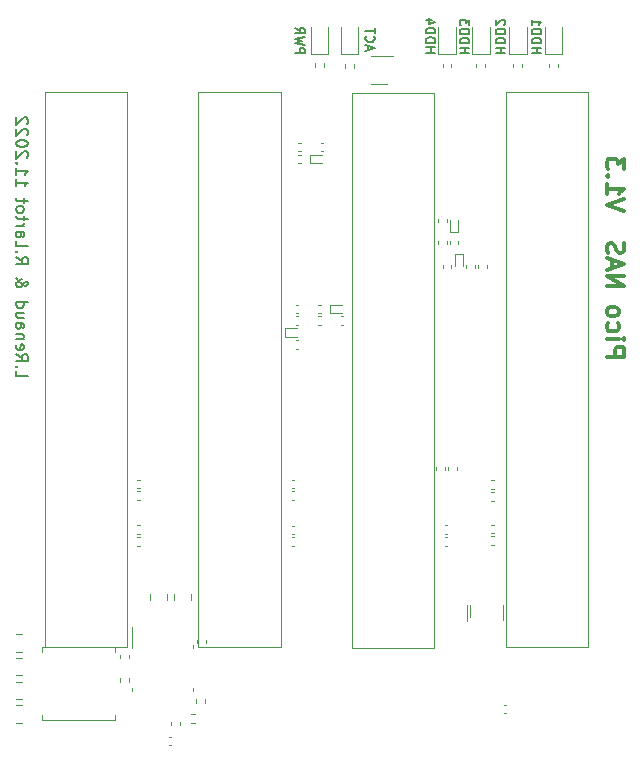
<source format=gbr>
%TF.GenerationSoftware,KiCad,Pcbnew,(6.0.7)*%
%TF.CreationDate,2022-11-16T16:45:53+01:00*%
%TF.ProjectId,MainBoard,4d61696e-426f-4617-9264-2e6b69636164,rev?*%
%TF.SameCoordinates,PXa344e00PY7102aa0*%
%TF.FileFunction,Legend,Bot*%
%TF.FilePolarity,Positive*%
%FSLAX46Y46*%
G04 Gerber Fmt 4.6, Leading zero omitted, Abs format (unit mm)*
G04 Created by KiCad (PCBNEW (6.0.7)) date 2022-11-16 16:45:53*
%MOMM*%
%LPD*%
G01*
G04 APERTURE LIST*
%ADD10C,0.150000*%
%ADD11C,0.300000*%
%ADD12C,0.120000*%
G04 APERTURE END LIST*
D10*
X1822619Y39672620D02*
X1822619Y39196429D01*
X2822619Y39196429D01*
X1917857Y40005953D02*
X1870238Y40053572D01*
X1822619Y40005953D01*
X1870238Y39958334D01*
X1917857Y40005953D01*
X1822619Y40005953D01*
X1822619Y41053572D02*
X2298809Y40720239D01*
X1822619Y40482143D02*
X2822619Y40482143D01*
X2822619Y40863096D01*
X2775000Y40958334D01*
X2727380Y41005953D01*
X2632142Y41053572D01*
X2489285Y41053572D01*
X2394047Y41005953D01*
X2346428Y40958334D01*
X2298809Y40863096D01*
X2298809Y40482143D01*
X1870238Y41863096D02*
X1822619Y41767858D01*
X1822619Y41577381D01*
X1870238Y41482143D01*
X1965476Y41434524D01*
X2346428Y41434524D01*
X2441666Y41482143D01*
X2489285Y41577381D01*
X2489285Y41767858D01*
X2441666Y41863096D01*
X2346428Y41910715D01*
X2251190Y41910715D01*
X2155952Y41434524D01*
X2489285Y42339286D02*
X1822619Y42339286D01*
X2394047Y42339286D02*
X2441666Y42386905D01*
X2489285Y42482143D01*
X2489285Y42625000D01*
X2441666Y42720239D01*
X2346428Y42767858D01*
X1822619Y42767858D01*
X1822619Y43672620D02*
X2346428Y43672620D01*
X2441666Y43625000D01*
X2489285Y43529762D01*
X2489285Y43339286D01*
X2441666Y43244048D01*
X1870238Y43672620D02*
X1822619Y43577381D01*
X1822619Y43339286D01*
X1870238Y43244048D01*
X1965476Y43196429D01*
X2060714Y43196429D01*
X2155952Y43244048D01*
X2203571Y43339286D01*
X2203571Y43577381D01*
X2251190Y43672620D01*
X2489285Y44577381D02*
X1822619Y44577381D01*
X2489285Y44148810D02*
X1965476Y44148810D01*
X1870238Y44196429D01*
X1822619Y44291667D01*
X1822619Y44434524D01*
X1870238Y44529762D01*
X1917857Y44577381D01*
X1822619Y45482143D02*
X2822619Y45482143D01*
X1870238Y45482143D02*
X1822619Y45386905D01*
X1822619Y45196429D01*
X1870238Y45101191D01*
X1917857Y45053572D01*
X2013095Y45005953D01*
X2298809Y45005953D01*
X2394047Y45053572D01*
X2441666Y45101191D01*
X2489285Y45196429D01*
X2489285Y45386905D01*
X2441666Y45482143D01*
X1822619Y47529762D02*
X1822619Y47482143D01*
X1870238Y47386905D01*
X2013095Y47244048D01*
X2298809Y47005953D01*
X2441666Y46910715D01*
X2584523Y46863096D01*
X2679761Y46863096D01*
X2775000Y46910715D01*
X2822619Y47005953D01*
X2822619Y47053572D01*
X2775000Y47148810D01*
X2679761Y47196429D01*
X2632142Y47196429D01*
X2536904Y47148810D01*
X2489285Y47101191D01*
X2298809Y46815477D01*
X2251190Y46767858D01*
X2155952Y46720239D01*
X2013095Y46720239D01*
X1917857Y46767858D01*
X1870238Y46815477D01*
X1822619Y46910715D01*
X1822619Y47053572D01*
X1870238Y47148810D01*
X1917857Y47196429D01*
X2108333Y47339286D01*
X2251190Y47386905D01*
X2346428Y47386905D01*
X1822619Y49291667D02*
X2298809Y48958334D01*
X1822619Y48720239D02*
X2822619Y48720239D01*
X2822619Y49101191D01*
X2775000Y49196429D01*
X2727380Y49244048D01*
X2632142Y49291667D01*
X2489285Y49291667D01*
X2394047Y49244048D01*
X2346428Y49196429D01*
X2298809Y49101191D01*
X2298809Y48720239D01*
X1917857Y49720239D02*
X1870238Y49767858D01*
X1822619Y49720239D01*
X1870238Y49672620D01*
X1917857Y49720239D01*
X1822619Y49720239D01*
X1822619Y50672620D02*
X1822619Y50196429D01*
X2822619Y50196429D01*
X1822619Y51434524D02*
X2346428Y51434524D01*
X2441666Y51386905D01*
X2489285Y51291667D01*
X2489285Y51101191D01*
X2441666Y51005953D01*
X1870238Y51434524D02*
X1822619Y51339286D01*
X1822619Y51101191D01*
X1870238Y51005953D01*
X1965476Y50958334D01*
X2060714Y50958334D01*
X2155952Y51005953D01*
X2203571Y51101191D01*
X2203571Y51339286D01*
X2251190Y51434524D01*
X1822619Y51910715D02*
X2489285Y51910715D01*
X2298809Y51910715D02*
X2394047Y51958334D01*
X2441666Y52005953D01*
X2489285Y52101191D01*
X2489285Y52196429D01*
X2489285Y52386905D02*
X2489285Y52767858D01*
X2822619Y52529762D02*
X1965476Y52529762D01*
X1870238Y52577381D01*
X1822619Y52672620D01*
X1822619Y52767858D01*
X1822619Y53244048D02*
X1870238Y53148810D01*
X1917857Y53101191D01*
X2013095Y53053572D01*
X2298809Y53053572D01*
X2394047Y53101191D01*
X2441666Y53148810D01*
X2489285Y53244048D01*
X2489285Y53386905D01*
X2441666Y53482143D01*
X2394047Y53529762D01*
X2298809Y53577381D01*
X2013095Y53577381D01*
X1917857Y53529762D01*
X1870238Y53482143D01*
X1822619Y53386905D01*
X1822619Y53244048D01*
X2489285Y53863096D02*
X2489285Y54244048D01*
X2822619Y54005953D02*
X1965476Y54005953D01*
X1870238Y54053572D01*
X1822619Y54148810D01*
X1822619Y54244048D01*
X1822619Y55863096D02*
X1822619Y55291667D01*
X1822619Y55577381D02*
X2822619Y55577381D01*
X2679761Y55482143D01*
X2584523Y55386905D01*
X2536904Y55291667D01*
X1822619Y56815477D02*
X1822619Y56244048D01*
X1822619Y56529762D02*
X2822619Y56529762D01*
X2679761Y56434524D01*
X2584523Y56339286D01*
X2536904Y56244048D01*
X1917857Y57244048D02*
X1870238Y57291667D01*
X1822619Y57244048D01*
X1870238Y57196429D01*
X1917857Y57244048D01*
X1822619Y57244048D01*
X2727380Y57672620D02*
X2775000Y57720239D01*
X2822619Y57815477D01*
X2822619Y58053572D01*
X2775000Y58148810D01*
X2727380Y58196429D01*
X2632142Y58244048D01*
X2536904Y58244048D01*
X2394047Y58196429D01*
X1822619Y57625000D01*
X1822619Y58244048D01*
X2822619Y58863096D02*
X2822619Y58958334D01*
X2775000Y59053572D01*
X2727380Y59101191D01*
X2632142Y59148810D01*
X2441666Y59196429D01*
X2203571Y59196429D01*
X2013095Y59148810D01*
X1917857Y59101191D01*
X1870238Y59053572D01*
X1822619Y58958334D01*
X1822619Y58863096D01*
X1870238Y58767858D01*
X1917857Y58720239D01*
X2013095Y58672620D01*
X2203571Y58625000D01*
X2441666Y58625000D01*
X2632142Y58672620D01*
X2727380Y58720239D01*
X2775000Y58767858D01*
X2822619Y58863096D01*
X2727380Y59577381D02*
X2775000Y59625000D01*
X2822619Y59720239D01*
X2822619Y59958334D01*
X2775000Y60053572D01*
X2727380Y60101191D01*
X2632142Y60148810D01*
X2536904Y60148810D01*
X2394047Y60101191D01*
X1822619Y59529762D01*
X1822619Y60148810D01*
X2727380Y60529762D02*
X2775000Y60577381D01*
X2822619Y60672620D01*
X2822619Y60910715D01*
X2775000Y61005953D01*
X2727380Y61053572D01*
X2632142Y61101191D01*
X2536904Y61101191D01*
X2394047Y61053572D01*
X1822619Y60482143D01*
X1822619Y61101191D01*
X25438095Y66533334D02*
X26238095Y66533334D01*
X26238095Y66838096D01*
X26200000Y66914286D01*
X26161904Y66952381D01*
X26085714Y66990477D01*
X25971428Y66990477D01*
X25895238Y66952381D01*
X25857142Y66914286D01*
X25819047Y66838096D01*
X25819047Y66533334D01*
X26238095Y67257143D02*
X25438095Y67447620D01*
X26009523Y67600000D01*
X25438095Y67752381D01*
X26238095Y67942858D01*
X25438095Y68704762D02*
X25819047Y68438096D01*
X25438095Y68247620D02*
X26238095Y68247620D01*
X26238095Y68552381D01*
X26200000Y68628572D01*
X26161904Y68666667D01*
X26085714Y68704762D01*
X25971428Y68704762D01*
X25895238Y68666667D01*
X25857142Y68628572D01*
X25819047Y68552381D01*
X25819047Y68247620D01*
X36488095Y66590477D02*
X37288095Y66590477D01*
X36907142Y66590477D02*
X36907142Y67047620D01*
X36488095Y67047620D02*
X37288095Y67047620D01*
X36488095Y67428572D02*
X37288095Y67428572D01*
X37288095Y67619048D01*
X37250000Y67733334D01*
X37173809Y67809524D01*
X37097619Y67847620D01*
X36945238Y67885715D01*
X36830952Y67885715D01*
X36678571Y67847620D01*
X36602380Y67809524D01*
X36526190Y67733334D01*
X36488095Y67619048D01*
X36488095Y67428572D01*
X36488095Y68228572D02*
X37288095Y68228572D01*
X37288095Y68419048D01*
X37250000Y68533334D01*
X37173809Y68609524D01*
X37097619Y68647620D01*
X36945238Y68685715D01*
X36830952Y68685715D01*
X36678571Y68647620D01*
X36602380Y68609524D01*
X36526190Y68533334D01*
X36488095Y68419048D01*
X36488095Y68228572D01*
X37021428Y69371429D02*
X36488095Y69371429D01*
X37326190Y69180953D02*
X36754761Y68990477D01*
X36754761Y69485715D01*
X45488095Y66540477D02*
X46288095Y66540477D01*
X45907142Y66540477D02*
X45907142Y66997620D01*
X45488095Y66997620D02*
X46288095Y66997620D01*
X45488095Y67378572D02*
X46288095Y67378572D01*
X46288095Y67569048D01*
X46250000Y67683334D01*
X46173809Y67759524D01*
X46097619Y67797620D01*
X45945238Y67835715D01*
X45830952Y67835715D01*
X45678571Y67797620D01*
X45602380Y67759524D01*
X45526190Y67683334D01*
X45488095Y67569048D01*
X45488095Y67378572D01*
X45488095Y68178572D02*
X46288095Y68178572D01*
X46288095Y68369048D01*
X46250000Y68483334D01*
X46173809Y68559524D01*
X46097619Y68597620D01*
X45945238Y68635715D01*
X45830952Y68635715D01*
X45678571Y68597620D01*
X45602380Y68559524D01*
X45526190Y68483334D01*
X45488095Y68369048D01*
X45488095Y68178572D01*
X45488095Y69397620D02*
X45488095Y68940477D01*
X45488095Y69169048D02*
X46288095Y69169048D01*
X46173809Y69092858D01*
X46097619Y69016667D01*
X46059523Y68940477D01*
X31616666Y66804762D02*
X31616666Y67185715D01*
X31388095Y66728572D02*
X32188095Y66995239D01*
X31388095Y67261905D01*
X31464285Y67985715D02*
X31426190Y67947620D01*
X31388095Y67833334D01*
X31388095Y67757143D01*
X31426190Y67642858D01*
X31502380Y67566667D01*
X31578571Y67528572D01*
X31730952Y67490477D01*
X31845238Y67490477D01*
X31997619Y67528572D01*
X32073809Y67566667D01*
X32150000Y67642858D01*
X32188095Y67757143D01*
X32188095Y67833334D01*
X32150000Y67947620D01*
X32111904Y67985715D01*
X32188095Y68214286D02*
X32188095Y68671429D01*
X31388095Y68442858D02*
X32188095Y68442858D01*
X39388095Y66540477D02*
X40188095Y66540477D01*
X39807142Y66540477D02*
X39807142Y66997620D01*
X39388095Y66997620D02*
X40188095Y66997620D01*
X39388095Y67378572D02*
X40188095Y67378572D01*
X40188095Y67569048D01*
X40150000Y67683334D01*
X40073809Y67759524D01*
X39997619Y67797620D01*
X39845238Y67835715D01*
X39730952Y67835715D01*
X39578571Y67797620D01*
X39502380Y67759524D01*
X39426190Y67683334D01*
X39388095Y67569048D01*
X39388095Y67378572D01*
X39388095Y68178572D02*
X40188095Y68178572D01*
X40188095Y68369048D01*
X40150000Y68483334D01*
X40073809Y68559524D01*
X39997619Y68597620D01*
X39845238Y68635715D01*
X39730952Y68635715D01*
X39578571Y68597620D01*
X39502380Y68559524D01*
X39426190Y68483334D01*
X39388095Y68369048D01*
X39388095Y68178572D01*
X40188095Y68902381D02*
X40188095Y69397620D01*
X39883333Y69130953D01*
X39883333Y69245239D01*
X39845238Y69321429D01*
X39807142Y69359524D01*
X39730952Y69397620D01*
X39540476Y69397620D01*
X39464285Y69359524D01*
X39426190Y69321429D01*
X39388095Y69245239D01*
X39388095Y69016667D01*
X39426190Y68940477D01*
X39464285Y68902381D01*
D11*
X51821428Y40842858D02*
X53321428Y40842858D01*
X53321428Y41414286D01*
X53250000Y41557143D01*
X53178571Y41628572D01*
X53035714Y41700000D01*
X52821428Y41700000D01*
X52678571Y41628572D01*
X52607142Y41557143D01*
X52535714Y41414286D01*
X52535714Y40842858D01*
X51821428Y42342858D02*
X52821428Y42342858D01*
X53321428Y42342858D02*
X53250000Y42271429D01*
X53178571Y42342858D01*
X53250000Y42414286D01*
X53321428Y42342858D01*
X53178571Y42342858D01*
X51892857Y43700000D02*
X51821428Y43557143D01*
X51821428Y43271429D01*
X51892857Y43128572D01*
X51964285Y43057143D01*
X52107142Y42985715D01*
X52535714Y42985715D01*
X52678571Y43057143D01*
X52750000Y43128572D01*
X52821428Y43271429D01*
X52821428Y43557143D01*
X52750000Y43700000D01*
X51821428Y44557143D02*
X51892857Y44414286D01*
X51964285Y44342858D01*
X52107142Y44271429D01*
X52535714Y44271429D01*
X52678571Y44342858D01*
X52750000Y44414286D01*
X52821428Y44557143D01*
X52821428Y44771429D01*
X52750000Y44914286D01*
X52678571Y44985715D01*
X52535714Y45057143D01*
X52107142Y45057143D01*
X51964285Y44985715D01*
X51892857Y44914286D01*
X51821428Y44771429D01*
X51821428Y44557143D01*
X51821428Y46842858D02*
X53321428Y46842858D01*
X51821428Y47700000D01*
X53321428Y47700000D01*
X52250000Y48342858D02*
X52250000Y49057143D01*
X51821428Y48200000D02*
X53321428Y48700000D01*
X51821428Y49200000D01*
X51892857Y49628572D02*
X51821428Y49842858D01*
X51821428Y50200000D01*
X51892857Y50342858D01*
X51964285Y50414286D01*
X52107142Y50485715D01*
X52250000Y50485715D01*
X52392857Y50414286D01*
X52464285Y50342858D01*
X52535714Y50200000D01*
X52607142Y49914286D01*
X52678571Y49771429D01*
X52750000Y49700000D01*
X52892857Y49628572D01*
X53035714Y49628572D01*
X53178571Y49700000D01*
X53250000Y49771429D01*
X53321428Y49914286D01*
X53321428Y50271429D01*
X53250000Y50485715D01*
X53321428Y53200000D02*
X51821428Y53700000D01*
X53321428Y54200000D01*
X51821428Y55485715D02*
X51821428Y54628572D01*
X51821428Y55057143D02*
X53321428Y55057143D01*
X53107142Y54914286D01*
X52964285Y54771429D01*
X52892857Y54628572D01*
X51964285Y56128572D02*
X51892857Y56200000D01*
X51821428Y56128572D01*
X51892857Y56057143D01*
X51964285Y56128572D01*
X51821428Y56128572D01*
X53321428Y56700000D02*
X53321428Y57628572D01*
X52750000Y57128572D01*
X52750000Y57342858D01*
X52678571Y57485715D01*
X52607142Y57557143D01*
X52464285Y57628572D01*
X52107142Y57628572D01*
X51964285Y57557143D01*
X51892857Y57485715D01*
X51821428Y57342858D01*
X51821428Y56914286D01*
X51892857Y56771429D01*
X51964285Y56700000D01*
D10*
X42438095Y66540477D02*
X43238095Y66540477D01*
X42857142Y66540477D02*
X42857142Y66997620D01*
X42438095Y66997620D02*
X43238095Y66997620D01*
X42438095Y67378572D02*
X43238095Y67378572D01*
X43238095Y67569048D01*
X43200000Y67683334D01*
X43123809Y67759524D01*
X43047619Y67797620D01*
X42895238Y67835715D01*
X42780952Y67835715D01*
X42628571Y67797620D01*
X42552380Y67759524D01*
X42476190Y67683334D01*
X42438095Y67569048D01*
X42438095Y67378572D01*
X42438095Y68178572D02*
X43238095Y68178572D01*
X43238095Y68369048D01*
X43200000Y68483334D01*
X43123809Y68559524D01*
X43047619Y68597620D01*
X42895238Y68635715D01*
X42780952Y68635715D01*
X42628571Y68597620D01*
X42552380Y68559524D01*
X42476190Y68483334D01*
X42438095Y68369048D01*
X42438095Y68178572D01*
X43161904Y68940477D02*
X43200000Y68978572D01*
X43238095Y69054762D01*
X43238095Y69245239D01*
X43200000Y69321429D01*
X43161904Y69359524D01*
X43085714Y69397620D01*
X43009523Y69397620D01*
X42895238Y69359524D01*
X42438095Y68902381D01*
X42438095Y69397620D01*
D12*
%TO.C,U9*%
X33225000Y63965000D02*
X31825000Y63965000D01*
X31825000Y66285000D02*
X33725000Y66285000D01*
%TO.C,R8*%
X37920000Y65653641D02*
X37920000Y65346359D01*
X38680000Y65653641D02*
X38680000Y65346359D01*
%TO.C,U1*%
X43070000Y19840000D02*
X43070000Y18540000D01*
X40270000Y19840000D02*
X40270000Y18840000D01*
%TO.C,C41*%
X25907836Y57960000D02*
X25692164Y57960000D01*
X25907836Y57240000D02*
X25692164Y57240000D01*
%TO.C,R27*%
X30430000Y65296359D02*
X30430000Y65603641D01*
X29670000Y65296359D02*
X29670000Y65603641D01*
%TO.C,J2*%
X43255000Y16235000D02*
X50240000Y16235000D01*
X50240000Y16235000D02*
X50240000Y63225000D01*
X43255000Y63225000D02*
X43255000Y16235000D01*
X50240000Y63225000D02*
X43255000Y63225000D01*
%TO.C,C1*%
X43327836Y10640000D02*
X43112164Y10640000D01*
X43327836Y11360000D02*
X43112164Y11360000D01*
%TO.C,R6*%
X43920000Y65653641D02*
X43920000Y65346359D01*
X44680000Y65653641D02*
X44680000Y65346359D01*
%TO.C,C75*%
X14605000Y20761252D02*
X14605000Y20238748D01*
X13135000Y20761252D02*
X13135000Y20238748D01*
%TO.C,C76*%
X1808748Y11865000D02*
X2331252Y11865000D01*
X1808748Y13335000D02*
X2331252Y13335000D01*
%TO.C,C18*%
X42277836Y29660000D02*
X42062164Y29660000D01*
X42277836Y30380000D02*
X42062164Y30380000D01*
%TO.C,C17*%
X12062164Y29460000D02*
X12277836Y29460000D01*
X12062164Y28740000D02*
X12277836Y28740000D01*
%TO.C,C10*%
X12062164Y25840000D02*
X12277836Y25840000D01*
X12062164Y26560000D02*
X12277836Y26560000D01*
%TO.C,R21*%
X15680000Y9646359D02*
X15680000Y9953641D01*
X14920000Y9646359D02*
X14920000Y9953641D01*
%TO.C,C56*%
X27607836Y45260000D02*
X27392164Y45260000D01*
X27607836Y44540000D02*
X27392164Y44540000D01*
%TO.C,C16*%
X25162164Y28740000D02*
X25377836Y28740000D01*
X25162164Y29460000D02*
X25377836Y29460000D01*
%TO.C,C20*%
X25162164Y29720000D02*
X25377836Y29720000D01*
X25162164Y30440000D02*
X25377836Y30440000D01*
%TO.C,C8*%
X38120164Y26594000D02*
X38335836Y26594000D01*
X38120164Y25874000D02*
X38335836Y25874000D01*
%TO.C,D1*%
X48035000Y68800000D02*
X48035000Y66515000D01*
X48035000Y66515000D02*
X46565000Y66515000D01*
X46565000Y66515000D02*
X46565000Y68800000D01*
%TO.C,D2*%
X43565000Y66515000D02*
X43565000Y68800000D01*
X45035000Y66515000D02*
X43565000Y66515000D01*
X45035000Y68800000D02*
X45035000Y66515000D01*
%TO.C,C21*%
X12062164Y29720000D02*
X12277836Y29720000D01*
X12062164Y30440000D02*
X12277836Y30440000D01*
%TO.C,C5*%
X25162164Y25560000D02*
X25377836Y25560000D01*
X25162164Y24840000D02*
X25377836Y24840000D01*
%TO.C,C77*%
X14724164Y7966000D02*
X14939836Y7966000D01*
X14724164Y8686000D02*
X14939836Y8686000D01*
%TO.C,R22*%
X16928641Y10630000D02*
X16621359Y10630000D01*
X16928641Y9870000D02*
X16621359Y9870000D01*
%TO.C,C48*%
X24584000Y42540000D02*
X24584000Y43260000D01*
X24584000Y42540000D02*
X25600000Y42540000D01*
X24584000Y43260000D02*
X25600000Y43260000D01*
%TO.C,R5*%
X47680000Y65653641D02*
X47680000Y65346359D01*
X46920000Y65653641D02*
X46920000Y65346359D01*
%TO.C,R23*%
X17060000Y11863641D02*
X17060000Y11556359D01*
X17820000Y11863641D02*
X17820000Y11556359D01*
%TO.C,C4*%
X38100164Y24858000D02*
X38315836Y24858000D01*
X38100164Y25578000D02*
X38315836Y25578000D01*
%TO.C,C66*%
X10640000Y15587836D02*
X10640000Y15372164D01*
X11360000Y15587836D02*
X11360000Y15372164D01*
%TO.C,R20*%
X10620000Y13633641D02*
X10620000Y13326359D01*
X11380000Y13633641D02*
X11380000Y13326359D01*
%TO.C,D11*%
X28235000Y68800000D02*
X28235000Y66515000D01*
X26765000Y66515000D02*
X26765000Y68800000D01*
X28235000Y66515000D02*
X26765000Y66515000D01*
%TO.C,C59*%
X25492164Y41540000D02*
X25707836Y41540000D01*
X25492164Y42260000D02*
X25707836Y42260000D01*
%TO.C,L1*%
X10200000Y16300000D02*
X10200000Y15850000D01*
X10200000Y10100000D02*
X10200000Y10550000D01*
X4000000Y16300000D02*
X4000000Y15850000D01*
X10200000Y16300000D02*
X4000000Y16300000D01*
X4000000Y10100000D02*
X10200000Y10100000D01*
X4000000Y10100000D02*
X4000000Y10550000D01*
%TO.C,C6*%
X12062164Y24840000D02*
X12277836Y24840000D01*
X12062164Y25560000D02*
X12277836Y25560000D01*
%TO.C,C34*%
X39940000Y48607836D02*
X39940000Y48392164D01*
X40660000Y48607836D02*
X40660000Y48392164D01*
%TO.C,C39*%
X41660000Y48607836D02*
X41660000Y48392164D01*
X40940000Y48607836D02*
X40940000Y48392164D01*
%TO.C,C38*%
X38540000Y50607836D02*
X38540000Y50392164D01*
X39260000Y50607836D02*
X39260000Y50392164D01*
%TO.C,D3*%
X41905000Y68800000D02*
X41905000Y66515000D01*
X41905000Y66515000D02*
X40435000Y66515000D01*
X40435000Y66515000D02*
X40435000Y68800000D01*
%TO.C,C71*%
X1808748Y15335000D02*
X2331252Y15335000D01*
X1808748Y13865000D02*
X2331252Y13865000D01*
%TO.C,D4*%
X37565000Y66515000D02*
X37565000Y68800000D01*
X39035000Y66515000D02*
X37565000Y66515000D01*
X39035000Y68800000D02*
X39035000Y66515000D01*
%TO.C,C9*%
X25162164Y26540000D02*
X25377836Y26540000D01*
X25162164Y25820000D02*
X25377836Y25820000D01*
%TO.C,C57*%
X25492164Y43540000D02*
X25707836Y43540000D01*
X25492164Y44260000D02*
X25707836Y44260000D01*
%TO.C,C14*%
X42277836Y29360000D02*
X42062164Y29360000D01*
X42277836Y28640000D02*
X42062164Y28640000D01*
%TO.C,J3*%
X37240000Y63215000D02*
X30255000Y63215000D01*
X30255000Y16225000D02*
X37240000Y16225000D01*
X37240000Y16225000D02*
X37240000Y63215000D01*
X30255000Y63215000D02*
X30255000Y16225000D01*
%TO.C,U2*%
X37220000Y19800000D02*
X37220000Y18800000D01*
X40020000Y19800000D02*
X40020000Y18500000D01*
%TO.C,C47*%
X28384000Y44540000D02*
X29400000Y44540000D01*
X28384000Y44540000D02*
X28384000Y45260000D01*
X28384000Y45260000D02*
X29400000Y45260000D01*
%TO.C,C19*%
X37410000Y31292164D02*
X37410000Y31507836D01*
X38130000Y31292164D02*
X38130000Y31507836D01*
%TO.C,C31*%
X27592164Y58240000D02*
X27807836Y58240000D01*
X27592164Y58960000D02*
X27807836Y58960000D01*
%TO.C,C29*%
X37940000Y48607836D02*
X37940000Y48392164D01*
X38660000Y48607836D02*
X38660000Y48392164D01*
%TO.C,C7*%
X42277836Y26640000D02*
X42062164Y26640000D01*
X42277836Y25920000D02*
X42062164Y25920000D01*
%TO.C,C58*%
X27607836Y44260000D02*
X27392164Y44260000D01*
X27607836Y43540000D02*
X27392164Y43540000D01*
%TO.C,D12*%
X30785000Y66515000D02*
X29315000Y66515000D01*
X30785000Y68800000D02*
X30785000Y66515000D01*
X29315000Y66515000D02*
X29315000Y68800000D01*
%TO.C,C28*%
X37540000Y52292164D02*
X37540000Y52507836D01*
X38260000Y52292164D02*
X38260000Y52507836D01*
%TO.C,U7*%
X16785000Y16190584D02*
X16785000Y16430000D01*
X16785000Y12769416D02*
X16785000Y12530000D01*
X11665000Y12769416D02*
X11665000Y12530000D01*
X11665000Y16190584D02*
X11665000Y17930000D01*
%TO.C,C70*%
X16635000Y20761252D02*
X16635000Y20238748D01*
X15165000Y20761252D02*
X15165000Y20238748D01*
%TO.C,C68*%
X1808748Y17335000D02*
X2331252Y17335000D01*
X1808748Y15865000D02*
X2331252Y15865000D01*
%TO.C,J4*%
X17255000Y16235000D02*
X24240000Y16235000D01*
X24240000Y63225000D02*
X17255000Y63225000D01*
X24240000Y16235000D02*
X24240000Y63225000D01*
X17255000Y63225000D02*
X17255000Y16235000D01*
%TO.C,C15*%
X39130000Y31292164D02*
X39130000Y31507836D01*
X38410000Y31292164D02*
X38410000Y31507836D01*
%TO.C,C26*%
X26684000Y57240000D02*
X27700000Y57240000D01*
X26684000Y57240000D02*
X26684000Y57960000D01*
X26684000Y57960000D02*
X27700000Y57960000D01*
%TO.C,C52*%
X29292164Y43540000D02*
X29507836Y43540000D01*
X29292164Y44260000D02*
X29507836Y44260000D01*
%TO.C,C3*%
X42277836Y25660000D02*
X42062164Y25660000D01*
X42277836Y24940000D02*
X42062164Y24940000D01*
%TO.C,C53*%
X25492164Y44540000D02*
X25707836Y44540000D01*
X25492164Y45260000D02*
X25707836Y45260000D01*
%TO.C,R7*%
X41550000Y65653641D02*
X41550000Y65346359D01*
X40790000Y65653641D02*
X40790000Y65346359D01*
%TO.C,C69*%
X17140000Y16622164D02*
X17140000Y16837836D01*
X17860000Y16622164D02*
X17860000Y16837836D01*
%TO.C,C36*%
X25907836Y58960000D02*
X25692164Y58960000D01*
X25907836Y58240000D02*
X25692164Y58240000D01*
%TO.C,C33*%
X38260000Y50607836D02*
X38260000Y50392164D01*
X37540000Y50607836D02*
X37540000Y50392164D01*
%TO.C,C73*%
X1808748Y11335000D02*
X2331252Y11335000D01*
X1808748Y9865000D02*
X2331252Y9865000D01*
%TO.C,R9*%
X27880000Y65396359D02*
X27880000Y65703641D01*
X27120000Y65396359D02*
X27120000Y65703641D01*
%TO.C,J5*%
X4245000Y16235000D02*
X11230000Y16235000D01*
X11230000Y16235000D02*
X11230000Y63225000D01*
X4245000Y63225000D02*
X4245000Y16235000D01*
X11230000Y63225000D02*
X4245000Y63225000D01*
%TO.C,C24*%
X39660000Y49516000D02*
X39660000Y48500000D01*
X38940000Y49516000D02*
X39660000Y49516000D01*
X38940000Y49516000D02*
X38940000Y48500000D01*
%TO.C,C23*%
X39260000Y51384000D02*
X39260000Y52400000D01*
X39260000Y51384000D02*
X38540000Y51384000D01*
X38540000Y51384000D02*
X38540000Y52400000D01*
%TD*%
M02*

</source>
